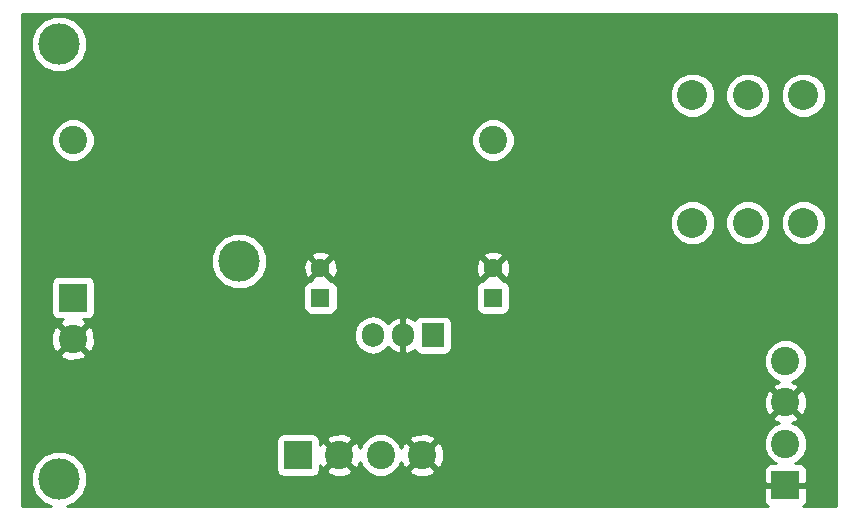
<source format=gbr>
G04 #@! TF.GenerationSoftware,KiCad,Pcbnew,(5.0.0)*
G04 #@! TF.CreationDate,2018-10-30T21:10:31-06:00*
G04 #@! TF.ProjectId,Mini-Rover-Power Distribution,4D696E692D526F7665722D506F776572,rev?*
G04 #@! TF.SameCoordinates,Original*
G04 #@! TF.FileFunction,Copper,L2,Bot,Signal*
G04 #@! TF.FilePolarity,Positive*
%FSLAX46Y46*%
G04 Gerber Fmt 4.6, Leading zero omitted, Abs format (unit mm)*
G04 Created by KiCad (PCBNEW (5.0.0)) date 10/30/18 21:10:31*
%MOMM*%
%LPD*%
G01*
G04 APERTURE LIST*
G04 #@! TA.AperFunction,ComponentPad*
%ADD10C,2.400000*%
G04 #@! TD*
G04 #@! TA.AperFunction,ComponentPad*
%ADD11R,2.400000X2.400000*%
G04 #@! TD*
G04 #@! TA.AperFunction,ComponentPad*
%ADD12C,1.600000*%
G04 #@! TD*
G04 #@! TA.AperFunction,ComponentPad*
%ADD13R,1.600000X1.600000*%
G04 #@! TD*
G04 #@! TA.AperFunction,ComponentPad*
%ADD14C,2.540000*%
G04 #@! TD*
G04 #@! TA.AperFunction,ComponentPad*
%ADD15O,1.905000X2.000000*%
G04 #@! TD*
G04 #@! TA.AperFunction,ComponentPad*
%ADD16R,1.905000X2.000000*%
G04 #@! TD*
G04 #@! TA.AperFunction,ViaPad*
%ADD17C,3.500000*%
G04 #@! TD*
G04 #@! TA.AperFunction,Conductor*
%ADD18C,0.254000*%
G04 #@! TD*
G04 APERTURE END LIST*
D10*
G04 #@! TO.P,BT1,2*
G04 #@! TO.N,GND*
X53594000Y-59761000D03*
D11*
G04 #@! TO.P,BT1,1*
G04 #@! TO.N,/12v*
X53594000Y-56261000D03*
G04 #@! TD*
D12*
G04 #@! TO.P,C2,2*
G04 #@! TO.N,GND*
X74549000Y-53761000D03*
D13*
G04 #@! TO.P,C2,1*
G04 #@! TO.N,/5v*
X74549000Y-56261000D03*
G04 #@! TD*
D10*
G04 #@! TO.P,F1,2*
G04 #@! TO.N,Net-(F1-Pad2)*
X89154000Y-42926000D03*
G04 #@! TO.P,F1,1*
G04 #@! TO.N,/12v*
X53594000Y-42926000D03*
G04 #@! TD*
D11*
G04 #@! TO.P,J1,1*
G04 #@! TO.N,GND*
X113919000Y-72136000D03*
D10*
G04 #@! TO.P,J1,2*
G04 #@! TO.N,Net-(J1-Pad2)*
X113919000Y-68636000D03*
G04 #@! TO.P,J1,3*
G04 #@! TO.N,GND*
X113919000Y-65136000D03*
G04 #@! TO.P,J1,4*
G04 #@! TO.N,Net-(J1-Pad2)*
X113919000Y-61636000D03*
G04 #@! TD*
G04 #@! TO.P,J2,4*
G04 #@! TO.N,GND*
X83144000Y-69596000D03*
G04 #@! TO.P,J2,3*
G04 #@! TO.N,/5v*
X79644000Y-69596000D03*
G04 #@! TO.P,J2,2*
G04 #@! TO.N,GND*
X76144000Y-69596000D03*
D11*
G04 #@! TO.P,J2,1*
G04 #@! TO.N,/5v*
X72644000Y-69596000D03*
G04 #@! TD*
D14*
G04 #@! TO.P,SW1,1*
G04 #@! TO.N,Net-(C1-Pad1)*
X106045000Y-39116000D03*
G04 #@! TO.P,SW1,2*
G04 #@! TO.N,Net-(F1-Pad2)*
X110744000Y-39116000D03*
G04 #@! TO.P,SW1,3*
G04 #@! TO.N,N/C*
X115443000Y-39116000D03*
G04 #@! TD*
G04 #@! TO.P,SW2,3*
G04 #@! TO.N,Net-(C1-Pad1)*
X106045000Y-49911000D03*
G04 #@! TO.P,SW2,2*
G04 #@! TO.N,Net-(J1-Pad2)*
X110744000Y-49911000D03*
G04 #@! TO.P,SW2,1*
G04 #@! TO.N,N/C*
X115443000Y-49911000D03*
G04 #@! TD*
D15*
G04 #@! TO.P,U1,3*
G04 #@! TO.N,/5v*
X78994000Y-59436000D03*
G04 #@! TO.P,U1,2*
G04 #@! TO.N,GND*
X81534000Y-59436000D03*
D16*
G04 #@! TO.P,U1,1*
G04 #@! TO.N,Net-(C1-Pad1)*
X84074000Y-59436000D03*
G04 #@! TD*
D13*
G04 #@! TO.P,C1,1*
G04 #@! TO.N,Net-(C1-Pad1)*
X89154000Y-56261000D03*
D12*
G04 #@! TO.P,C1,2*
G04 #@! TO.N,GND*
X89154000Y-53761000D03*
G04 #@! TD*
D17*
G04 #@! TO.N,*
X52425600Y-71602600D03*
X52425600Y-34772600D03*
X67665600Y-53187600D03*
G04 #@! TD*
D18*
G04 #@! TO.N,GND*
G36*
X118237000Y-73914000D02*
X115382920Y-73914000D01*
X115478699Y-73874327D01*
X115657327Y-73695698D01*
X115754000Y-73462309D01*
X115754000Y-72421750D01*
X115595250Y-72263000D01*
X114046000Y-72263000D01*
X114046000Y-72283000D01*
X113792000Y-72283000D01*
X113792000Y-72263000D01*
X112242750Y-72263000D01*
X112084000Y-72421750D01*
X112084000Y-73462309D01*
X112180673Y-73695698D01*
X112359301Y-73874327D01*
X112455080Y-73914000D01*
X53077692Y-73914000D01*
X53776594Y-73624505D01*
X54447505Y-72953594D01*
X54810600Y-72077006D01*
X54810600Y-71128194D01*
X54447505Y-70251606D01*
X53776594Y-69580695D01*
X52900006Y-69217600D01*
X51951194Y-69217600D01*
X51074606Y-69580695D01*
X50403695Y-70251606D01*
X50040600Y-71128194D01*
X50040600Y-72077006D01*
X50403695Y-72953594D01*
X51074606Y-73624505D01*
X51773508Y-73914000D01*
X49276000Y-73914000D01*
X49276000Y-68396000D01*
X70796560Y-68396000D01*
X70796560Y-70796000D01*
X70845843Y-71043765D01*
X70986191Y-71253809D01*
X71196235Y-71394157D01*
X71444000Y-71443440D01*
X73844000Y-71443440D01*
X74091765Y-71394157D01*
X74301809Y-71253809D01*
X74442157Y-71043765D01*
X74472110Y-70893175D01*
X75026430Y-70893175D01*
X75149565Y-71180788D01*
X75831734Y-71440707D01*
X76561443Y-71419786D01*
X77138435Y-71180788D01*
X77261570Y-70893175D01*
X76144000Y-69775605D01*
X75026430Y-70893175D01*
X74472110Y-70893175D01*
X74491440Y-70796000D01*
X74491440Y-70426819D01*
X74559212Y-70590435D01*
X74846825Y-70713570D01*
X75964395Y-69596000D01*
X76323605Y-69596000D01*
X77441175Y-70713570D01*
X77728788Y-70590435D01*
X77892138Y-70161716D01*
X78088362Y-70635444D01*
X78604556Y-71151638D01*
X79278996Y-71431000D01*
X80009004Y-71431000D01*
X80683444Y-71151638D01*
X80941907Y-70893175D01*
X82026430Y-70893175D01*
X82149565Y-71180788D01*
X82831734Y-71440707D01*
X83561443Y-71419786D01*
X84138435Y-71180788D01*
X84261570Y-70893175D01*
X83144000Y-69775605D01*
X82026430Y-70893175D01*
X80941907Y-70893175D01*
X81199638Y-70635444D01*
X81388747Y-70178895D01*
X81559212Y-70590435D01*
X81846825Y-70713570D01*
X82964395Y-69596000D01*
X83323605Y-69596000D01*
X84441175Y-70713570D01*
X84728788Y-70590435D01*
X84988707Y-69908266D01*
X84967786Y-69178557D01*
X84728788Y-68601565D01*
X84441175Y-68478430D01*
X83323605Y-69596000D01*
X82964395Y-69596000D01*
X81846825Y-68478430D01*
X81559212Y-68601565D01*
X81395862Y-69030284D01*
X81199638Y-68556556D01*
X80941907Y-68298825D01*
X82026430Y-68298825D01*
X83144000Y-69416395D01*
X84261570Y-68298825D01*
X84249656Y-68270996D01*
X112084000Y-68270996D01*
X112084000Y-69001004D01*
X112363362Y-69675444D01*
X112879556Y-70191638D01*
X113143579Y-70301000D01*
X112592690Y-70301000D01*
X112359301Y-70397673D01*
X112180673Y-70576302D01*
X112084000Y-70809691D01*
X112084000Y-71850250D01*
X112242750Y-72009000D01*
X113792000Y-72009000D01*
X113792000Y-71989000D01*
X114046000Y-71989000D01*
X114046000Y-72009000D01*
X115595250Y-72009000D01*
X115754000Y-71850250D01*
X115754000Y-70809691D01*
X115657327Y-70576302D01*
X115478699Y-70397673D01*
X115245310Y-70301000D01*
X114694421Y-70301000D01*
X114958444Y-70191638D01*
X115474638Y-69675444D01*
X115754000Y-69001004D01*
X115754000Y-68270996D01*
X115474638Y-67596556D01*
X114958444Y-67080362D01*
X114501895Y-66891253D01*
X114913435Y-66720788D01*
X115036570Y-66433175D01*
X113919000Y-65315605D01*
X112801430Y-66433175D01*
X112924565Y-66720788D01*
X113353284Y-66884138D01*
X112879556Y-67080362D01*
X112363362Y-67596556D01*
X112084000Y-68270996D01*
X84249656Y-68270996D01*
X84138435Y-68011212D01*
X83456266Y-67751293D01*
X82726557Y-67772214D01*
X82149565Y-68011212D01*
X82026430Y-68298825D01*
X80941907Y-68298825D01*
X80683444Y-68040362D01*
X80009004Y-67761000D01*
X79278996Y-67761000D01*
X78604556Y-68040362D01*
X78088362Y-68556556D01*
X77899253Y-69013105D01*
X77728788Y-68601565D01*
X77441175Y-68478430D01*
X76323605Y-69596000D01*
X75964395Y-69596000D01*
X74846825Y-68478430D01*
X74559212Y-68601565D01*
X74491440Y-68779436D01*
X74491440Y-68396000D01*
X74472111Y-68298825D01*
X75026430Y-68298825D01*
X76144000Y-69416395D01*
X77261570Y-68298825D01*
X77138435Y-68011212D01*
X76456266Y-67751293D01*
X75726557Y-67772214D01*
X75149565Y-68011212D01*
X75026430Y-68298825D01*
X74472111Y-68298825D01*
X74442157Y-68148235D01*
X74301809Y-67938191D01*
X74091765Y-67797843D01*
X73844000Y-67748560D01*
X71444000Y-67748560D01*
X71196235Y-67797843D01*
X70986191Y-67938191D01*
X70845843Y-68148235D01*
X70796560Y-68396000D01*
X49276000Y-68396000D01*
X49276000Y-64823734D01*
X112074293Y-64823734D01*
X112095214Y-65553443D01*
X112334212Y-66130435D01*
X112621825Y-66253570D01*
X113739395Y-65136000D01*
X114098605Y-65136000D01*
X115216175Y-66253570D01*
X115503788Y-66130435D01*
X115763707Y-65448266D01*
X115742786Y-64718557D01*
X115503788Y-64141565D01*
X115216175Y-64018430D01*
X114098605Y-65136000D01*
X113739395Y-65136000D01*
X112621825Y-64018430D01*
X112334212Y-64141565D01*
X112074293Y-64823734D01*
X49276000Y-64823734D01*
X49276000Y-61058175D01*
X52476430Y-61058175D01*
X52599565Y-61345788D01*
X53281734Y-61605707D01*
X54011443Y-61584786D01*
X54588435Y-61345788D01*
X54620455Y-61270996D01*
X112084000Y-61270996D01*
X112084000Y-62001004D01*
X112363362Y-62675444D01*
X112879556Y-63191638D01*
X113336105Y-63380747D01*
X112924565Y-63551212D01*
X112801430Y-63838825D01*
X113919000Y-64956395D01*
X115036570Y-63838825D01*
X114913435Y-63551212D01*
X114484716Y-63387862D01*
X114958444Y-63191638D01*
X115474638Y-62675444D01*
X115754000Y-62001004D01*
X115754000Y-61270996D01*
X115474638Y-60596556D01*
X114958444Y-60080362D01*
X114284004Y-59801000D01*
X113553996Y-59801000D01*
X112879556Y-60080362D01*
X112363362Y-60596556D01*
X112084000Y-61270996D01*
X54620455Y-61270996D01*
X54711570Y-61058175D01*
X53594000Y-59940605D01*
X52476430Y-61058175D01*
X49276000Y-61058175D01*
X49276000Y-59448734D01*
X51749293Y-59448734D01*
X51770214Y-60178443D01*
X52009212Y-60755435D01*
X52296825Y-60878570D01*
X53414395Y-59761000D01*
X53773605Y-59761000D01*
X54891175Y-60878570D01*
X55178788Y-60755435D01*
X55438707Y-60073266D01*
X55417786Y-59343557D01*
X55371640Y-59232150D01*
X77406500Y-59232150D01*
X77406500Y-59639849D01*
X77498609Y-60102910D01*
X77849477Y-60628023D01*
X78374589Y-60978891D01*
X78994000Y-61102100D01*
X79613410Y-60978891D01*
X80138523Y-60628023D01*
X80273159Y-60426526D01*
X80667076Y-60811973D01*
X81161020Y-61026563D01*
X81407000Y-60906594D01*
X81407000Y-59563000D01*
X81387000Y-59563000D01*
X81387000Y-59309000D01*
X81407000Y-59309000D01*
X81407000Y-57965406D01*
X81661000Y-57965406D01*
X81661000Y-59309000D01*
X81681000Y-59309000D01*
X81681000Y-59563000D01*
X81661000Y-59563000D01*
X81661000Y-60906594D01*
X81906980Y-61026563D01*
X82400924Y-60811973D01*
X82526745Y-60688857D01*
X82663691Y-60893809D01*
X82873735Y-61034157D01*
X83121500Y-61083440D01*
X85026500Y-61083440D01*
X85274265Y-61034157D01*
X85484309Y-60893809D01*
X85624657Y-60683765D01*
X85673940Y-60436000D01*
X85673940Y-58436000D01*
X85624657Y-58188235D01*
X85484309Y-57978191D01*
X85274265Y-57837843D01*
X85026500Y-57788560D01*
X83121500Y-57788560D01*
X82873735Y-57837843D01*
X82663691Y-57978191D01*
X82526745Y-58183143D01*
X82400924Y-58060027D01*
X81906980Y-57845437D01*
X81661000Y-57965406D01*
X81407000Y-57965406D01*
X81161020Y-57845437D01*
X80667076Y-58060027D01*
X80273159Y-58445474D01*
X80138523Y-58243977D01*
X79613411Y-57893109D01*
X78994000Y-57769900D01*
X78374590Y-57893109D01*
X77849477Y-58243977D01*
X77498609Y-58769089D01*
X77406500Y-59232150D01*
X55371640Y-59232150D01*
X55178788Y-58766565D01*
X54891175Y-58643430D01*
X53773605Y-59761000D01*
X53414395Y-59761000D01*
X52296825Y-58643430D01*
X52009212Y-58766565D01*
X51749293Y-59448734D01*
X49276000Y-59448734D01*
X49276000Y-55061000D01*
X51746560Y-55061000D01*
X51746560Y-57461000D01*
X51795843Y-57708765D01*
X51936191Y-57918809D01*
X52146235Y-58059157D01*
X52394000Y-58108440D01*
X52763181Y-58108440D01*
X52599565Y-58176212D01*
X52476430Y-58463825D01*
X53594000Y-59581395D01*
X54711570Y-58463825D01*
X54588435Y-58176212D01*
X54410564Y-58108440D01*
X54794000Y-58108440D01*
X55041765Y-58059157D01*
X55251809Y-57918809D01*
X55392157Y-57708765D01*
X55441440Y-57461000D01*
X55441440Y-55061000D01*
X55392157Y-54813235D01*
X55251809Y-54603191D01*
X55041765Y-54462843D01*
X54794000Y-54413560D01*
X52394000Y-54413560D01*
X52146235Y-54462843D01*
X51936191Y-54603191D01*
X51795843Y-54813235D01*
X51746560Y-55061000D01*
X49276000Y-55061000D01*
X49276000Y-52713194D01*
X65280600Y-52713194D01*
X65280600Y-53662006D01*
X65643695Y-54538594D01*
X66314606Y-55209505D01*
X67191194Y-55572600D01*
X68140006Y-55572600D01*
X68409431Y-55461000D01*
X73101560Y-55461000D01*
X73101560Y-57061000D01*
X73150843Y-57308765D01*
X73291191Y-57518809D01*
X73501235Y-57659157D01*
X73749000Y-57708440D01*
X75349000Y-57708440D01*
X75596765Y-57659157D01*
X75806809Y-57518809D01*
X75947157Y-57308765D01*
X75996440Y-57061000D01*
X75996440Y-55461000D01*
X87706560Y-55461000D01*
X87706560Y-57061000D01*
X87755843Y-57308765D01*
X87896191Y-57518809D01*
X88106235Y-57659157D01*
X88354000Y-57708440D01*
X89954000Y-57708440D01*
X90201765Y-57659157D01*
X90411809Y-57518809D01*
X90552157Y-57308765D01*
X90601440Y-57061000D01*
X90601440Y-55461000D01*
X90552157Y-55213235D01*
X90411809Y-55003191D01*
X90201765Y-54862843D01*
X89967813Y-54816307D01*
X89982139Y-54768745D01*
X89154000Y-53940605D01*
X88325861Y-54768745D01*
X88340187Y-54816307D01*
X88106235Y-54862843D01*
X87896191Y-55003191D01*
X87755843Y-55213235D01*
X87706560Y-55461000D01*
X75996440Y-55461000D01*
X75947157Y-55213235D01*
X75806809Y-55003191D01*
X75596765Y-54862843D01*
X75362813Y-54816307D01*
X75377139Y-54768745D01*
X74549000Y-53940605D01*
X73720861Y-54768745D01*
X73735187Y-54816307D01*
X73501235Y-54862843D01*
X73291191Y-55003191D01*
X73150843Y-55213235D01*
X73101560Y-55461000D01*
X68409431Y-55461000D01*
X69016594Y-55209505D01*
X69687505Y-54538594D01*
X70050600Y-53662006D01*
X70050600Y-53544223D01*
X73102035Y-53544223D01*
X73129222Y-54114454D01*
X73295136Y-54515005D01*
X73541255Y-54589139D01*
X74369395Y-53761000D01*
X74728605Y-53761000D01*
X75556745Y-54589139D01*
X75802864Y-54515005D01*
X75995965Y-53977777D01*
X75975295Y-53544223D01*
X87707035Y-53544223D01*
X87734222Y-54114454D01*
X87900136Y-54515005D01*
X88146255Y-54589139D01*
X88974395Y-53761000D01*
X89333605Y-53761000D01*
X90161745Y-54589139D01*
X90407864Y-54515005D01*
X90600965Y-53977777D01*
X90573778Y-53407546D01*
X90407864Y-53006995D01*
X90161745Y-52932861D01*
X89333605Y-53761000D01*
X88974395Y-53761000D01*
X88146255Y-52932861D01*
X87900136Y-53006995D01*
X87707035Y-53544223D01*
X75975295Y-53544223D01*
X75968778Y-53407546D01*
X75802864Y-53006995D01*
X75556745Y-52932861D01*
X74728605Y-53761000D01*
X74369395Y-53761000D01*
X73541255Y-52932861D01*
X73295136Y-53006995D01*
X73102035Y-53544223D01*
X70050600Y-53544223D01*
X70050600Y-52753255D01*
X73720861Y-52753255D01*
X74549000Y-53581395D01*
X75377139Y-52753255D01*
X88325861Y-52753255D01*
X89154000Y-53581395D01*
X89982139Y-52753255D01*
X89908005Y-52507136D01*
X89370777Y-52314035D01*
X88800546Y-52341222D01*
X88399995Y-52507136D01*
X88325861Y-52753255D01*
X75377139Y-52753255D01*
X75303005Y-52507136D01*
X74765777Y-52314035D01*
X74195546Y-52341222D01*
X73794995Y-52507136D01*
X73720861Y-52753255D01*
X70050600Y-52753255D01*
X70050600Y-52713194D01*
X69687505Y-51836606D01*
X69016594Y-51165695D01*
X68140006Y-50802600D01*
X67191194Y-50802600D01*
X66314606Y-51165695D01*
X65643695Y-51836606D01*
X65280600Y-52713194D01*
X49276000Y-52713194D01*
X49276000Y-49532072D01*
X104140000Y-49532072D01*
X104140000Y-50289928D01*
X104430019Y-50990096D01*
X104965904Y-51525981D01*
X105666072Y-51816000D01*
X106423928Y-51816000D01*
X107124096Y-51525981D01*
X107659981Y-50990096D01*
X107950000Y-50289928D01*
X107950000Y-49532072D01*
X108839000Y-49532072D01*
X108839000Y-50289928D01*
X109129019Y-50990096D01*
X109664904Y-51525981D01*
X110365072Y-51816000D01*
X111122928Y-51816000D01*
X111823096Y-51525981D01*
X112358981Y-50990096D01*
X112649000Y-50289928D01*
X112649000Y-49532072D01*
X113538000Y-49532072D01*
X113538000Y-50289928D01*
X113828019Y-50990096D01*
X114363904Y-51525981D01*
X115064072Y-51816000D01*
X115821928Y-51816000D01*
X116522096Y-51525981D01*
X117057981Y-50990096D01*
X117348000Y-50289928D01*
X117348000Y-49532072D01*
X117057981Y-48831904D01*
X116522096Y-48296019D01*
X115821928Y-48006000D01*
X115064072Y-48006000D01*
X114363904Y-48296019D01*
X113828019Y-48831904D01*
X113538000Y-49532072D01*
X112649000Y-49532072D01*
X112358981Y-48831904D01*
X111823096Y-48296019D01*
X111122928Y-48006000D01*
X110365072Y-48006000D01*
X109664904Y-48296019D01*
X109129019Y-48831904D01*
X108839000Y-49532072D01*
X107950000Y-49532072D01*
X107659981Y-48831904D01*
X107124096Y-48296019D01*
X106423928Y-48006000D01*
X105666072Y-48006000D01*
X104965904Y-48296019D01*
X104430019Y-48831904D01*
X104140000Y-49532072D01*
X49276000Y-49532072D01*
X49276000Y-42560996D01*
X51759000Y-42560996D01*
X51759000Y-43291004D01*
X52038362Y-43965444D01*
X52554556Y-44481638D01*
X53228996Y-44761000D01*
X53959004Y-44761000D01*
X54633444Y-44481638D01*
X55149638Y-43965444D01*
X55429000Y-43291004D01*
X55429000Y-42560996D01*
X87319000Y-42560996D01*
X87319000Y-43291004D01*
X87598362Y-43965444D01*
X88114556Y-44481638D01*
X88788996Y-44761000D01*
X89519004Y-44761000D01*
X90193444Y-44481638D01*
X90709638Y-43965444D01*
X90989000Y-43291004D01*
X90989000Y-42560996D01*
X90709638Y-41886556D01*
X90193444Y-41370362D01*
X89519004Y-41091000D01*
X88788996Y-41091000D01*
X88114556Y-41370362D01*
X87598362Y-41886556D01*
X87319000Y-42560996D01*
X55429000Y-42560996D01*
X55149638Y-41886556D01*
X54633444Y-41370362D01*
X53959004Y-41091000D01*
X53228996Y-41091000D01*
X52554556Y-41370362D01*
X52038362Y-41886556D01*
X51759000Y-42560996D01*
X49276000Y-42560996D01*
X49276000Y-38737072D01*
X104140000Y-38737072D01*
X104140000Y-39494928D01*
X104430019Y-40195096D01*
X104965904Y-40730981D01*
X105666072Y-41021000D01*
X106423928Y-41021000D01*
X107124096Y-40730981D01*
X107659981Y-40195096D01*
X107950000Y-39494928D01*
X107950000Y-38737072D01*
X108839000Y-38737072D01*
X108839000Y-39494928D01*
X109129019Y-40195096D01*
X109664904Y-40730981D01*
X110365072Y-41021000D01*
X111122928Y-41021000D01*
X111823096Y-40730981D01*
X112358981Y-40195096D01*
X112649000Y-39494928D01*
X112649000Y-38737072D01*
X113538000Y-38737072D01*
X113538000Y-39494928D01*
X113828019Y-40195096D01*
X114363904Y-40730981D01*
X115064072Y-41021000D01*
X115821928Y-41021000D01*
X116522096Y-40730981D01*
X117057981Y-40195096D01*
X117348000Y-39494928D01*
X117348000Y-38737072D01*
X117057981Y-38036904D01*
X116522096Y-37501019D01*
X115821928Y-37211000D01*
X115064072Y-37211000D01*
X114363904Y-37501019D01*
X113828019Y-38036904D01*
X113538000Y-38737072D01*
X112649000Y-38737072D01*
X112358981Y-38036904D01*
X111823096Y-37501019D01*
X111122928Y-37211000D01*
X110365072Y-37211000D01*
X109664904Y-37501019D01*
X109129019Y-38036904D01*
X108839000Y-38737072D01*
X107950000Y-38737072D01*
X107659981Y-38036904D01*
X107124096Y-37501019D01*
X106423928Y-37211000D01*
X105666072Y-37211000D01*
X104965904Y-37501019D01*
X104430019Y-38036904D01*
X104140000Y-38737072D01*
X49276000Y-38737072D01*
X49276000Y-34298194D01*
X50040600Y-34298194D01*
X50040600Y-35247006D01*
X50403695Y-36123594D01*
X51074606Y-36794505D01*
X51951194Y-37157600D01*
X52900006Y-37157600D01*
X53776594Y-36794505D01*
X54447505Y-36123594D01*
X54810600Y-35247006D01*
X54810600Y-34298194D01*
X54447505Y-33421606D01*
X53776594Y-32750695D01*
X52900006Y-32387600D01*
X51951194Y-32387600D01*
X51074606Y-32750695D01*
X50403695Y-33421606D01*
X50040600Y-34298194D01*
X49276000Y-34298194D01*
X49276000Y-32258000D01*
X118237000Y-32258000D01*
X118237000Y-73914000D01*
X118237000Y-73914000D01*
G37*
X118237000Y-73914000D02*
X115382920Y-73914000D01*
X115478699Y-73874327D01*
X115657327Y-73695698D01*
X115754000Y-73462309D01*
X115754000Y-72421750D01*
X115595250Y-72263000D01*
X114046000Y-72263000D01*
X114046000Y-72283000D01*
X113792000Y-72283000D01*
X113792000Y-72263000D01*
X112242750Y-72263000D01*
X112084000Y-72421750D01*
X112084000Y-73462309D01*
X112180673Y-73695698D01*
X112359301Y-73874327D01*
X112455080Y-73914000D01*
X53077692Y-73914000D01*
X53776594Y-73624505D01*
X54447505Y-72953594D01*
X54810600Y-72077006D01*
X54810600Y-71128194D01*
X54447505Y-70251606D01*
X53776594Y-69580695D01*
X52900006Y-69217600D01*
X51951194Y-69217600D01*
X51074606Y-69580695D01*
X50403695Y-70251606D01*
X50040600Y-71128194D01*
X50040600Y-72077006D01*
X50403695Y-72953594D01*
X51074606Y-73624505D01*
X51773508Y-73914000D01*
X49276000Y-73914000D01*
X49276000Y-68396000D01*
X70796560Y-68396000D01*
X70796560Y-70796000D01*
X70845843Y-71043765D01*
X70986191Y-71253809D01*
X71196235Y-71394157D01*
X71444000Y-71443440D01*
X73844000Y-71443440D01*
X74091765Y-71394157D01*
X74301809Y-71253809D01*
X74442157Y-71043765D01*
X74472110Y-70893175D01*
X75026430Y-70893175D01*
X75149565Y-71180788D01*
X75831734Y-71440707D01*
X76561443Y-71419786D01*
X77138435Y-71180788D01*
X77261570Y-70893175D01*
X76144000Y-69775605D01*
X75026430Y-70893175D01*
X74472110Y-70893175D01*
X74491440Y-70796000D01*
X74491440Y-70426819D01*
X74559212Y-70590435D01*
X74846825Y-70713570D01*
X75964395Y-69596000D01*
X76323605Y-69596000D01*
X77441175Y-70713570D01*
X77728788Y-70590435D01*
X77892138Y-70161716D01*
X78088362Y-70635444D01*
X78604556Y-71151638D01*
X79278996Y-71431000D01*
X80009004Y-71431000D01*
X80683444Y-71151638D01*
X80941907Y-70893175D01*
X82026430Y-70893175D01*
X82149565Y-71180788D01*
X82831734Y-71440707D01*
X83561443Y-71419786D01*
X84138435Y-71180788D01*
X84261570Y-70893175D01*
X83144000Y-69775605D01*
X82026430Y-70893175D01*
X80941907Y-70893175D01*
X81199638Y-70635444D01*
X81388747Y-70178895D01*
X81559212Y-70590435D01*
X81846825Y-70713570D01*
X82964395Y-69596000D01*
X83323605Y-69596000D01*
X84441175Y-70713570D01*
X84728788Y-70590435D01*
X84988707Y-69908266D01*
X84967786Y-69178557D01*
X84728788Y-68601565D01*
X84441175Y-68478430D01*
X83323605Y-69596000D01*
X82964395Y-69596000D01*
X81846825Y-68478430D01*
X81559212Y-68601565D01*
X81395862Y-69030284D01*
X81199638Y-68556556D01*
X80941907Y-68298825D01*
X82026430Y-68298825D01*
X83144000Y-69416395D01*
X84261570Y-68298825D01*
X84249656Y-68270996D01*
X112084000Y-68270996D01*
X112084000Y-69001004D01*
X112363362Y-69675444D01*
X112879556Y-70191638D01*
X113143579Y-70301000D01*
X112592690Y-70301000D01*
X112359301Y-70397673D01*
X112180673Y-70576302D01*
X112084000Y-70809691D01*
X112084000Y-71850250D01*
X112242750Y-72009000D01*
X113792000Y-72009000D01*
X113792000Y-71989000D01*
X114046000Y-71989000D01*
X114046000Y-72009000D01*
X115595250Y-72009000D01*
X115754000Y-71850250D01*
X115754000Y-70809691D01*
X115657327Y-70576302D01*
X115478699Y-70397673D01*
X115245310Y-70301000D01*
X114694421Y-70301000D01*
X114958444Y-70191638D01*
X115474638Y-69675444D01*
X115754000Y-69001004D01*
X115754000Y-68270996D01*
X115474638Y-67596556D01*
X114958444Y-67080362D01*
X114501895Y-66891253D01*
X114913435Y-66720788D01*
X115036570Y-66433175D01*
X113919000Y-65315605D01*
X112801430Y-66433175D01*
X112924565Y-66720788D01*
X113353284Y-66884138D01*
X112879556Y-67080362D01*
X112363362Y-67596556D01*
X112084000Y-68270996D01*
X84249656Y-68270996D01*
X84138435Y-68011212D01*
X83456266Y-67751293D01*
X82726557Y-67772214D01*
X82149565Y-68011212D01*
X82026430Y-68298825D01*
X80941907Y-68298825D01*
X80683444Y-68040362D01*
X80009004Y-67761000D01*
X79278996Y-67761000D01*
X78604556Y-68040362D01*
X78088362Y-68556556D01*
X77899253Y-69013105D01*
X77728788Y-68601565D01*
X77441175Y-68478430D01*
X76323605Y-69596000D01*
X75964395Y-69596000D01*
X74846825Y-68478430D01*
X74559212Y-68601565D01*
X74491440Y-68779436D01*
X74491440Y-68396000D01*
X74472111Y-68298825D01*
X75026430Y-68298825D01*
X76144000Y-69416395D01*
X77261570Y-68298825D01*
X77138435Y-68011212D01*
X76456266Y-67751293D01*
X75726557Y-67772214D01*
X75149565Y-68011212D01*
X75026430Y-68298825D01*
X74472111Y-68298825D01*
X74442157Y-68148235D01*
X74301809Y-67938191D01*
X74091765Y-67797843D01*
X73844000Y-67748560D01*
X71444000Y-67748560D01*
X71196235Y-67797843D01*
X70986191Y-67938191D01*
X70845843Y-68148235D01*
X70796560Y-68396000D01*
X49276000Y-68396000D01*
X49276000Y-64823734D01*
X112074293Y-64823734D01*
X112095214Y-65553443D01*
X112334212Y-66130435D01*
X112621825Y-66253570D01*
X113739395Y-65136000D01*
X114098605Y-65136000D01*
X115216175Y-66253570D01*
X115503788Y-66130435D01*
X115763707Y-65448266D01*
X115742786Y-64718557D01*
X115503788Y-64141565D01*
X115216175Y-64018430D01*
X114098605Y-65136000D01*
X113739395Y-65136000D01*
X112621825Y-64018430D01*
X112334212Y-64141565D01*
X112074293Y-64823734D01*
X49276000Y-64823734D01*
X49276000Y-61058175D01*
X52476430Y-61058175D01*
X52599565Y-61345788D01*
X53281734Y-61605707D01*
X54011443Y-61584786D01*
X54588435Y-61345788D01*
X54620455Y-61270996D01*
X112084000Y-61270996D01*
X112084000Y-62001004D01*
X112363362Y-62675444D01*
X112879556Y-63191638D01*
X113336105Y-63380747D01*
X112924565Y-63551212D01*
X112801430Y-63838825D01*
X113919000Y-64956395D01*
X115036570Y-63838825D01*
X114913435Y-63551212D01*
X114484716Y-63387862D01*
X114958444Y-63191638D01*
X115474638Y-62675444D01*
X115754000Y-62001004D01*
X115754000Y-61270996D01*
X115474638Y-60596556D01*
X114958444Y-60080362D01*
X114284004Y-59801000D01*
X113553996Y-59801000D01*
X112879556Y-60080362D01*
X112363362Y-60596556D01*
X112084000Y-61270996D01*
X54620455Y-61270996D01*
X54711570Y-61058175D01*
X53594000Y-59940605D01*
X52476430Y-61058175D01*
X49276000Y-61058175D01*
X49276000Y-59448734D01*
X51749293Y-59448734D01*
X51770214Y-60178443D01*
X52009212Y-60755435D01*
X52296825Y-60878570D01*
X53414395Y-59761000D01*
X53773605Y-59761000D01*
X54891175Y-60878570D01*
X55178788Y-60755435D01*
X55438707Y-60073266D01*
X55417786Y-59343557D01*
X55371640Y-59232150D01*
X77406500Y-59232150D01*
X77406500Y-59639849D01*
X77498609Y-60102910D01*
X77849477Y-60628023D01*
X78374589Y-60978891D01*
X78994000Y-61102100D01*
X79613410Y-60978891D01*
X80138523Y-60628023D01*
X80273159Y-60426526D01*
X80667076Y-60811973D01*
X81161020Y-61026563D01*
X81407000Y-60906594D01*
X81407000Y-59563000D01*
X81387000Y-59563000D01*
X81387000Y-59309000D01*
X81407000Y-59309000D01*
X81407000Y-57965406D01*
X81661000Y-57965406D01*
X81661000Y-59309000D01*
X81681000Y-59309000D01*
X81681000Y-59563000D01*
X81661000Y-59563000D01*
X81661000Y-60906594D01*
X81906980Y-61026563D01*
X82400924Y-60811973D01*
X82526745Y-60688857D01*
X82663691Y-60893809D01*
X82873735Y-61034157D01*
X83121500Y-61083440D01*
X85026500Y-61083440D01*
X85274265Y-61034157D01*
X85484309Y-60893809D01*
X85624657Y-60683765D01*
X85673940Y-60436000D01*
X85673940Y-58436000D01*
X85624657Y-58188235D01*
X85484309Y-57978191D01*
X85274265Y-57837843D01*
X85026500Y-57788560D01*
X83121500Y-57788560D01*
X82873735Y-57837843D01*
X82663691Y-57978191D01*
X82526745Y-58183143D01*
X82400924Y-58060027D01*
X81906980Y-57845437D01*
X81661000Y-57965406D01*
X81407000Y-57965406D01*
X81161020Y-57845437D01*
X80667076Y-58060027D01*
X80273159Y-58445474D01*
X80138523Y-58243977D01*
X79613411Y-57893109D01*
X78994000Y-57769900D01*
X78374590Y-57893109D01*
X77849477Y-58243977D01*
X77498609Y-58769089D01*
X77406500Y-59232150D01*
X55371640Y-59232150D01*
X55178788Y-58766565D01*
X54891175Y-58643430D01*
X53773605Y-59761000D01*
X53414395Y-59761000D01*
X52296825Y-58643430D01*
X52009212Y-58766565D01*
X51749293Y-59448734D01*
X49276000Y-59448734D01*
X49276000Y-55061000D01*
X51746560Y-55061000D01*
X51746560Y-57461000D01*
X51795843Y-57708765D01*
X51936191Y-57918809D01*
X52146235Y-58059157D01*
X52394000Y-58108440D01*
X52763181Y-58108440D01*
X52599565Y-58176212D01*
X52476430Y-58463825D01*
X53594000Y-59581395D01*
X54711570Y-58463825D01*
X54588435Y-58176212D01*
X54410564Y-58108440D01*
X54794000Y-58108440D01*
X55041765Y-58059157D01*
X55251809Y-57918809D01*
X55392157Y-57708765D01*
X55441440Y-57461000D01*
X55441440Y-55061000D01*
X55392157Y-54813235D01*
X55251809Y-54603191D01*
X55041765Y-54462843D01*
X54794000Y-54413560D01*
X52394000Y-54413560D01*
X52146235Y-54462843D01*
X51936191Y-54603191D01*
X51795843Y-54813235D01*
X51746560Y-55061000D01*
X49276000Y-55061000D01*
X49276000Y-52713194D01*
X65280600Y-52713194D01*
X65280600Y-53662006D01*
X65643695Y-54538594D01*
X66314606Y-55209505D01*
X67191194Y-55572600D01*
X68140006Y-55572600D01*
X68409431Y-55461000D01*
X73101560Y-55461000D01*
X73101560Y-57061000D01*
X73150843Y-57308765D01*
X73291191Y-57518809D01*
X73501235Y-57659157D01*
X73749000Y-57708440D01*
X75349000Y-57708440D01*
X75596765Y-57659157D01*
X75806809Y-57518809D01*
X75947157Y-57308765D01*
X75996440Y-57061000D01*
X75996440Y-55461000D01*
X87706560Y-55461000D01*
X87706560Y-57061000D01*
X87755843Y-57308765D01*
X87896191Y-57518809D01*
X88106235Y-57659157D01*
X88354000Y-57708440D01*
X89954000Y-57708440D01*
X90201765Y-57659157D01*
X90411809Y-57518809D01*
X90552157Y-57308765D01*
X90601440Y-57061000D01*
X90601440Y-55461000D01*
X90552157Y-55213235D01*
X90411809Y-55003191D01*
X90201765Y-54862843D01*
X89967813Y-54816307D01*
X89982139Y-54768745D01*
X89154000Y-53940605D01*
X88325861Y-54768745D01*
X88340187Y-54816307D01*
X88106235Y-54862843D01*
X87896191Y-55003191D01*
X87755843Y-55213235D01*
X87706560Y-55461000D01*
X75996440Y-55461000D01*
X75947157Y-55213235D01*
X75806809Y-55003191D01*
X75596765Y-54862843D01*
X75362813Y-54816307D01*
X75377139Y-54768745D01*
X74549000Y-53940605D01*
X73720861Y-54768745D01*
X73735187Y-54816307D01*
X73501235Y-54862843D01*
X73291191Y-55003191D01*
X73150843Y-55213235D01*
X73101560Y-55461000D01*
X68409431Y-55461000D01*
X69016594Y-55209505D01*
X69687505Y-54538594D01*
X70050600Y-53662006D01*
X70050600Y-53544223D01*
X73102035Y-53544223D01*
X73129222Y-54114454D01*
X73295136Y-54515005D01*
X73541255Y-54589139D01*
X74369395Y-53761000D01*
X74728605Y-53761000D01*
X75556745Y-54589139D01*
X75802864Y-54515005D01*
X75995965Y-53977777D01*
X75975295Y-53544223D01*
X87707035Y-53544223D01*
X87734222Y-54114454D01*
X87900136Y-54515005D01*
X88146255Y-54589139D01*
X88974395Y-53761000D01*
X89333605Y-53761000D01*
X90161745Y-54589139D01*
X90407864Y-54515005D01*
X90600965Y-53977777D01*
X90573778Y-53407546D01*
X90407864Y-53006995D01*
X90161745Y-52932861D01*
X89333605Y-53761000D01*
X88974395Y-53761000D01*
X88146255Y-52932861D01*
X87900136Y-53006995D01*
X87707035Y-53544223D01*
X75975295Y-53544223D01*
X75968778Y-53407546D01*
X75802864Y-53006995D01*
X75556745Y-52932861D01*
X74728605Y-53761000D01*
X74369395Y-53761000D01*
X73541255Y-52932861D01*
X73295136Y-53006995D01*
X73102035Y-53544223D01*
X70050600Y-53544223D01*
X70050600Y-52753255D01*
X73720861Y-52753255D01*
X74549000Y-53581395D01*
X75377139Y-52753255D01*
X88325861Y-52753255D01*
X89154000Y-53581395D01*
X89982139Y-52753255D01*
X89908005Y-52507136D01*
X89370777Y-52314035D01*
X88800546Y-52341222D01*
X88399995Y-52507136D01*
X88325861Y-52753255D01*
X75377139Y-52753255D01*
X75303005Y-52507136D01*
X74765777Y-52314035D01*
X74195546Y-52341222D01*
X73794995Y-52507136D01*
X73720861Y-52753255D01*
X70050600Y-52753255D01*
X70050600Y-52713194D01*
X69687505Y-51836606D01*
X69016594Y-51165695D01*
X68140006Y-50802600D01*
X67191194Y-50802600D01*
X66314606Y-51165695D01*
X65643695Y-51836606D01*
X65280600Y-52713194D01*
X49276000Y-52713194D01*
X49276000Y-49532072D01*
X104140000Y-49532072D01*
X104140000Y-50289928D01*
X104430019Y-50990096D01*
X104965904Y-51525981D01*
X105666072Y-51816000D01*
X106423928Y-51816000D01*
X107124096Y-51525981D01*
X107659981Y-50990096D01*
X107950000Y-50289928D01*
X107950000Y-49532072D01*
X108839000Y-49532072D01*
X108839000Y-50289928D01*
X109129019Y-50990096D01*
X109664904Y-51525981D01*
X110365072Y-51816000D01*
X111122928Y-51816000D01*
X111823096Y-51525981D01*
X112358981Y-50990096D01*
X112649000Y-50289928D01*
X112649000Y-49532072D01*
X113538000Y-49532072D01*
X113538000Y-50289928D01*
X113828019Y-50990096D01*
X114363904Y-51525981D01*
X115064072Y-51816000D01*
X115821928Y-51816000D01*
X116522096Y-51525981D01*
X117057981Y-50990096D01*
X117348000Y-50289928D01*
X117348000Y-49532072D01*
X117057981Y-48831904D01*
X116522096Y-48296019D01*
X115821928Y-48006000D01*
X115064072Y-48006000D01*
X114363904Y-48296019D01*
X113828019Y-48831904D01*
X113538000Y-49532072D01*
X112649000Y-49532072D01*
X112358981Y-48831904D01*
X111823096Y-48296019D01*
X111122928Y-48006000D01*
X110365072Y-48006000D01*
X109664904Y-48296019D01*
X109129019Y-48831904D01*
X108839000Y-49532072D01*
X107950000Y-49532072D01*
X107659981Y-48831904D01*
X107124096Y-48296019D01*
X106423928Y-48006000D01*
X105666072Y-48006000D01*
X104965904Y-48296019D01*
X104430019Y-48831904D01*
X104140000Y-49532072D01*
X49276000Y-49532072D01*
X49276000Y-42560996D01*
X51759000Y-42560996D01*
X51759000Y-43291004D01*
X52038362Y-43965444D01*
X52554556Y-44481638D01*
X53228996Y-44761000D01*
X53959004Y-44761000D01*
X54633444Y-44481638D01*
X55149638Y-43965444D01*
X55429000Y-43291004D01*
X55429000Y-42560996D01*
X87319000Y-42560996D01*
X87319000Y-43291004D01*
X87598362Y-43965444D01*
X88114556Y-44481638D01*
X88788996Y-44761000D01*
X89519004Y-44761000D01*
X90193444Y-44481638D01*
X90709638Y-43965444D01*
X90989000Y-43291004D01*
X90989000Y-42560996D01*
X90709638Y-41886556D01*
X90193444Y-41370362D01*
X89519004Y-41091000D01*
X88788996Y-41091000D01*
X88114556Y-41370362D01*
X87598362Y-41886556D01*
X87319000Y-42560996D01*
X55429000Y-42560996D01*
X55149638Y-41886556D01*
X54633444Y-41370362D01*
X53959004Y-41091000D01*
X53228996Y-41091000D01*
X52554556Y-41370362D01*
X52038362Y-41886556D01*
X51759000Y-42560996D01*
X49276000Y-42560996D01*
X49276000Y-38737072D01*
X104140000Y-38737072D01*
X104140000Y-39494928D01*
X104430019Y-40195096D01*
X104965904Y-40730981D01*
X105666072Y-41021000D01*
X106423928Y-41021000D01*
X107124096Y-40730981D01*
X107659981Y-40195096D01*
X107950000Y-39494928D01*
X107950000Y-38737072D01*
X108839000Y-38737072D01*
X108839000Y-39494928D01*
X109129019Y-40195096D01*
X109664904Y-40730981D01*
X110365072Y-41021000D01*
X111122928Y-41021000D01*
X111823096Y-40730981D01*
X112358981Y-40195096D01*
X112649000Y-39494928D01*
X112649000Y-38737072D01*
X113538000Y-38737072D01*
X113538000Y-39494928D01*
X113828019Y-40195096D01*
X114363904Y-40730981D01*
X115064072Y-41021000D01*
X115821928Y-41021000D01*
X116522096Y-40730981D01*
X117057981Y-40195096D01*
X117348000Y-39494928D01*
X117348000Y-38737072D01*
X117057981Y-38036904D01*
X116522096Y-37501019D01*
X115821928Y-37211000D01*
X115064072Y-37211000D01*
X114363904Y-37501019D01*
X113828019Y-38036904D01*
X113538000Y-38737072D01*
X112649000Y-38737072D01*
X112358981Y-38036904D01*
X111823096Y-37501019D01*
X111122928Y-37211000D01*
X110365072Y-37211000D01*
X109664904Y-37501019D01*
X109129019Y-38036904D01*
X108839000Y-38737072D01*
X107950000Y-38737072D01*
X107659981Y-38036904D01*
X107124096Y-37501019D01*
X106423928Y-37211000D01*
X105666072Y-37211000D01*
X104965904Y-37501019D01*
X104430019Y-38036904D01*
X104140000Y-38737072D01*
X49276000Y-38737072D01*
X49276000Y-34298194D01*
X50040600Y-34298194D01*
X50040600Y-35247006D01*
X50403695Y-36123594D01*
X51074606Y-36794505D01*
X51951194Y-37157600D01*
X52900006Y-37157600D01*
X53776594Y-36794505D01*
X54447505Y-36123594D01*
X54810600Y-35247006D01*
X54810600Y-34298194D01*
X54447505Y-33421606D01*
X53776594Y-32750695D01*
X52900006Y-32387600D01*
X51951194Y-32387600D01*
X51074606Y-32750695D01*
X50403695Y-33421606D01*
X50040600Y-34298194D01*
X49276000Y-34298194D01*
X49276000Y-32258000D01*
X118237000Y-32258000D01*
X118237000Y-73914000D01*
G04 #@! TD*
M02*

</source>
